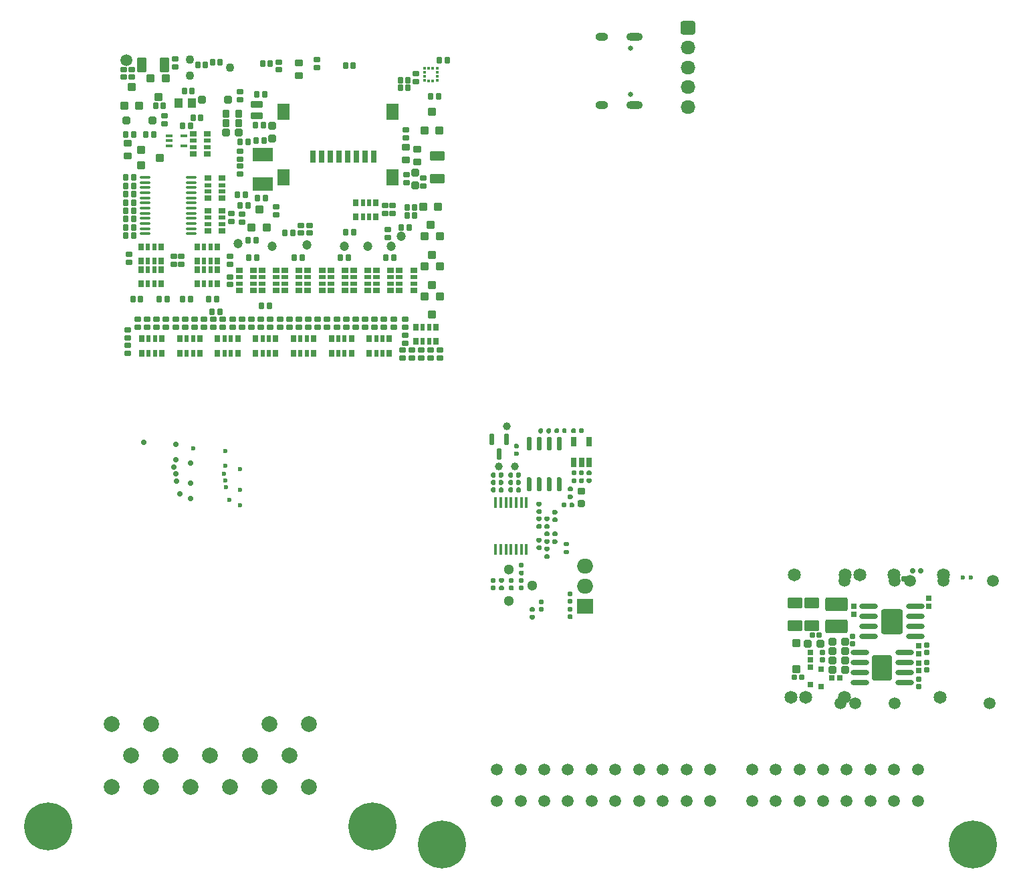
<source format=gbs>
G75*
G70*
%OFA0B0*%
%FSLAX25Y25*%
%IPPOS*%
%LPD*%
%AMOC8*
5,1,8,0,0,1.08239X$1,22.5*
%
%AMM114*
21,1,0.041340,0.026770,-0.000000,0.000000,90.000000*
21,1,0.029130,0.038980,-0.000000,0.000000,90.000000*
1,1,0.012210,0.013390,0.014570*
1,1,0.012210,0.013390,-0.014570*
1,1,0.012210,-0.013390,-0.014570*
1,1,0.012210,-0.013390,0.014570*
%
%AMM115*
21,1,0.076380,0.036220,-0.000000,0.000000,180.000000*
21,1,0.061810,0.050790,-0.000000,0.000000,180.000000*
1,1,0.014570,-0.030910,0.018110*
1,1,0.014570,0.030910,0.018110*
1,1,0.014570,0.030910,-0.018110*
1,1,0.014570,-0.030910,-0.018110*
%
%AMM118*
21,1,0.029130,0.018900,-0.000000,0.000000,180.000000*
21,1,0.018900,0.029130,-0.000000,0.000000,180.000000*
1,1,0.010240,-0.009450,0.009450*
1,1,0.010240,0.009450,0.009450*
1,1,0.010240,0.009450,-0.009450*
1,1,0.010240,-0.009450,-0.009450*
%
%AMM119*
21,1,0.025200,0.019680,-0.000000,0.000000,90.000000*
21,1,0.015750,0.029130,-0.000000,0.000000,90.000000*
1,1,0.009450,0.009840,0.007870*
1,1,0.009450,0.009840,-0.007870*
1,1,0.009450,-0.009840,-0.007870*
1,1,0.009450,-0.009840,0.007870*
%
%AMM120*
21,1,0.025200,0.019680,-0.000000,0.000000,0.000000*
21,1,0.015750,0.029130,-0.000000,0.000000,0.000000*
1,1,0.009450,0.007870,-0.009840*
1,1,0.009450,-0.007870,-0.009840*
1,1,0.009450,-0.007870,0.009840*
1,1,0.009450,0.007870,0.009840*
%
%AMM126*
21,1,0.111810,0.050390,-0.000000,0.000000,180.000000*
21,1,0.093700,0.068500,-0.000000,0.000000,180.000000*
1,1,0.018110,-0.046850,0.025200*
1,1,0.018110,0.046850,0.025200*
1,1,0.018110,0.046850,-0.025200*
1,1,0.018110,-0.046850,-0.025200*
%
%AMM127*
21,1,0.038980,0.026770,-0.000000,0.000000,0.000000*
21,1,0.026770,0.038980,-0.000000,0.000000,0.000000*
1,1,0.012210,0.013390,-0.013390*
1,1,0.012210,-0.013390,-0.013390*
1,1,0.012210,-0.013390,0.013390*
1,1,0.012210,0.013390,0.013390*
%
%AMM128*
21,1,0.029130,0.018900,-0.000000,0.000000,270.000000*
21,1,0.018900,0.029130,-0.000000,0.000000,270.000000*
1,1,0.010240,-0.009450,-0.009450*
1,1,0.010240,-0.009450,0.009450*
1,1,0.010240,0.009450,0.009450*
1,1,0.010240,0.009450,-0.009450*
%
%AMM129*
21,1,0.127560,0.075590,-0.000000,0.000000,270.000000*
21,1,0.103150,0.100000,-0.000000,0.000000,270.000000*
1,1,0.024410,-0.037800,-0.051580*
1,1,0.024410,-0.037800,0.051580*
1,1,0.024410,0.037800,0.051580*
1,1,0.024410,0.037800,-0.051580*
%
%AMM130*
21,1,0.123620,0.083460,-0.000000,0.000000,90.000000*
21,1,0.097240,0.109840,-0.000000,0.000000,90.000000*
1,1,0.026380,0.041730,0.048620*
1,1,0.026380,0.041730,-0.048620*
1,1,0.026380,-0.041730,-0.048620*
1,1,0.026380,-0.041730,0.048620*
%
%AMM17*
21,1,0.039370,0.030320,0.000000,0.000000,90.000000*
21,1,0.028350,0.041340,0.000000,0.000000,90.000000*
1,1,0.011020,0.015160,0.014170*
1,1,0.011020,0.015160,-0.014170*
1,1,0.011020,-0.015160,-0.014170*
1,1,0.011020,-0.015160,0.014170*
%
%AMM23*
21,1,0.031500,0.018900,0.000000,0.000000,180.000000*
21,1,0.022840,0.027560,0.000000,0.000000,180.000000*
1,1,0.008660,-0.011420,0.009450*
1,1,0.008660,0.011420,0.009450*
1,1,0.008660,0.011420,-0.009450*
1,1,0.008660,-0.011420,-0.009450*
%
%AMM26*
21,1,0.029530,0.026380,0.000000,0.000000,90.000000*
21,1,0.020470,0.035430,0.000000,0.000000,90.000000*
1,1,0.009060,0.013190,0.010240*
1,1,0.009060,0.013190,-0.010240*
1,1,0.009060,-0.013190,-0.010240*
1,1,0.009060,-0.013190,0.010240*
%
%AMM27*
21,1,0.021650,0.027950,0.000000,0.000000,90.000000*
21,1,0.014170,0.035430,0.000000,0.000000,90.000000*
1,1,0.007480,0.013980,0.007090*
1,1,0.007480,0.013980,-0.007090*
1,1,0.007480,-0.013980,-0.007090*
1,1,0.007480,-0.013980,0.007090*
%
%AMM29*
21,1,0.016540,0.028980,0.000000,0.000000,90.000000*
21,1,0.010080,0.035430,0.000000,0.000000,90.000000*
1,1,0.006460,0.014490,0.005040*
1,1,0.006460,0.014490,-0.005040*
1,1,0.006460,-0.014490,-0.005040*
1,1,0.006460,-0.014490,0.005040*
%
%AMM32*
21,1,0.031500,0.018900,0.000000,0.000000,90.000000*
21,1,0.022840,0.027560,0.000000,0.000000,90.000000*
1,1,0.008660,0.009450,0.011420*
1,1,0.008660,0.009450,-0.011420*
1,1,0.008660,-0.009450,-0.011420*
1,1,0.008660,-0.009450,0.011420*
%
%AMM46*
21,1,0.037400,0.026770,0.000000,0.000000,180.000000*
21,1,0.026770,0.037400,0.000000,0.000000,180.000000*
1,1,0.010630,-0.013390,0.013390*
1,1,0.010630,0.013390,0.013390*
1,1,0.010630,0.013390,-0.013390*
1,1,0.010630,-0.013390,-0.013390*
%
%AMM47*
21,1,0.039370,0.030320,0.000000,0.000000,180.000000*
21,1,0.028350,0.041340,0.000000,0.000000,180.000000*
1,1,0.011020,-0.014170,0.015160*
1,1,0.011020,0.014170,0.015160*
1,1,0.011020,0.014170,-0.015160*
1,1,0.011020,-0.014170,-0.015160*
%
%AMM48*
21,1,0.039760,0.026770,0.000000,0.000000,0.000000*
21,1,0.029130,0.037400,0.000000,0.000000,0.000000*
1,1,0.010630,0.014570,-0.013390*
1,1,0.010630,-0.014570,-0.013390*
1,1,0.010630,-0.014570,0.013390*
1,1,0.010630,0.014570,0.013390*
%
%AMM49*
21,1,0.074800,0.036220,0.000000,0.000000,0.000000*
21,1,0.061810,0.049210,0.000000,0.000000,0.000000*
1,1,0.012990,0.030910,-0.018110*
1,1,0.012990,-0.030910,-0.018110*
1,1,0.012990,-0.030910,0.018110*
1,1,0.012990,0.030910,0.018110*
%
%AMM50*
21,1,0.062990,0.020470,0.000000,0.000000,90.000000*
21,1,0.053940,0.029530,0.000000,0.000000,90.000000*
1,1,0.009060,0.010240,0.026970*
1,1,0.009060,0.010240,-0.026970*
1,1,0.009060,-0.010240,-0.026970*
1,1,0.009060,-0.010240,0.026970*
%
%AMM51*
21,1,0.082680,0.045670,0.000000,0.000000,90.000000*
21,1,0.067320,0.061020,0.000000,0.000000,90.000000*
1,1,0.015350,0.022840,0.033660*
1,1,0.015350,0.022840,-0.033660*
1,1,0.015350,-0.022840,-0.033660*
1,1,0.015350,-0.022840,0.033660*
%
%AMM52*
21,1,0.029530,0.026380,0.000000,0.000000,0.000000*
21,1,0.020470,0.035430,0.000000,0.000000,0.000000*
1,1,0.009060,0.010240,-0.013190*
1,1,0.009060,-0.010240,-0.013190*
1,1,0.009060,-0.010240,0.013190*
1,1,0.009060,0.010240,0.013190*
%
%AMM53*
21,1,0.021650,0.027950,0.000000,0.000000,0.000000*
21,1,0.014170,0.035430,0.000000,0.000000,0.000000*
1,1,0.007480,0.007090,-0.013980*
1,1,0.007480,-0.007090,-0.013980*
1,1,0.007480,-0.007090,0.013980*
1,1,0.007480,0.007090,0.013980*
%
%AMM54*
21,1,0.031500,0.030710,0.000000,0.000000,90.000000*
21,1,0.022050,0.040160,0.000000,0.000000,90.000000*
1,1,0.009450,0.015350,0.011020*
1,1,0.009450,0.015350,-0.011020*
1,1,0.009450,-0.015350,-0.011020*
1,1,0.009450,-0.015350,0.011020*
%
%AMM55*
21,1,0.031500,0.049610,0.000000,0.000000,270.000000*
21,1,0.022050,0.059060,0.000000,0.000000,270.000000*
1,1,0.009450,-0.024800,-0.011020*
1,1,0.009450,-0.024800,0.011020*
1,1,0.009450,0.024800,0.011020*
1,1,0.009450,0.024800,-0.011020*
%
%AMM56*
21,1,0.031500,0.030710,0.000000,0.000000,0.000000*
21,1,0.022050,0.040160,0.000000,0.000000,0.000000*
1,1,0.009450,0.011020,-0.015350*
1,1,0.009450,-0.011020,-0.015350*
1,1,0.009450,-0.011020,0.015350*
1,1,0.009450,0.011020,0.015350*
%
%AMM57*
21,1,0.074800,0.036220,0.000000,0.000000,90.000000*
21,1,0.061810,0.049210,0.000000,0.000000,90.000000*
1,1,0.012990,0.018110,0.030910*
1,1,0.012990,0.018110,-0.030910*
1,1,0.012990,-0.018110,-0.030910*
1,1,0.012990,-0.018110,0.030910*
%
%AMM58*
21,1,0.037400,0.026770,0.000000,0.000000,270.000000*
21,1,0.026770,0.037400,0.000000,0.000000,270.000000*
1,1,0.010630,-0.013390,-0.013390*
1,1,0.010630,-0.013390,0.013390*
1,1,0.010630,0.013390,0.013390*
1,1,0.010630,0.013390,-0.013390*
%
%ADD100C,0.03900*%
%ADD105M17*%
%ADD11O,0.07283X0.06693*%
%ADD112M23*%
%ADD116M26*%
%ADD117M27*%
%ADD121M29*%
%ADD127M32*%
%ADD128C,0.04294*%
%ADD129C,0.04724*%
%ADD13C,0.02362*%
%ADD152M46*%
%ADD153M47*%
%ADD154M48*%
%ADD155R,0.04331X0.04724*%
%ADD156M49*%
%ADD157M50*%
%ADD158M51*%
%ADD159R,0.09843X0.07087*%
%ADD160M52*%
%ADD161M53*%
%ADD162M54*%
%ADD163M55*%
%ADD164M56*%
%ADD165M57*%
%ADD166M58*%
%ADD167O,0.05354X0.01378*%
%ADD168R,0.01378X0.01772*%
%ADD169R,0.01772X0.01378*%
%ADD203C,0.02913*%
%ADD204C,0.06457*%
%ADD218C,0.05118*%
%ADD261M114*%
%ADD262M115*%
%ADD265M118*%
%ADD266M119*%
%ADD267M120*%
%ADD274M126*%
%ADD275M127*%
%ADD276M128*%
%ADD277O,0.09213X0.02520*%
%ADD278M129*%
%ADD279M130*%
%ADD282R,0.07874X0.07500*%
%ADD283O,0.07874X0.07500*%
%ADD285R,0.01772X0.05709*%
%ADD286R,0.02559X0.04803*%
%ADD36O,0.08268X0.03937*%
%ADD37O,0.06299X0.03937*%
%ADD42C,0.05906*%
%ADD52C,0.07874*%
%ADD53C,0.23917*%
%ADD59C,0.02559*%
X0000000Y0000000D02*
%LPD*%
G01*
G36*
G01*
X0482146Y0439114D02*
X0487461Y0439114D01*
G75*
G02*
X0488445Y0438130I0000000J-000984D01*
G01*
X0488445Y0433405D01*
G75*
G02*
X0487461Y0432421I-000984J0000000D01*
G01*
X0482146Y0432421D01*
G75*
G02*
X0481162Y0433405I0000000J0000984D01*
G01*
X0481162Y0438130D01*
G75*
G02*
X0482146Y0439114I0000984J0000000D01*
G01*
G37*
D11*
X0484803Y0425925D03*
X0484803Y0416082D03*
X0484803Y0406240D03*
X0484803Y0396397D03*
D59*
X0456280Y0425492D03*
X0456280Y0402736D03*
D36*
X0458248Y0431122D03*
D37*
X0441792Y0431122D03*
D36*
X0458248Y0397106D03*
D37*
X0441792Y0397106D03*
D13*
X0254271Y0217512D03*
X0261496Y0215839D03*
X0253425Y0213673D03*
X0254271Y0210229D03*
X0254567Y0206882D03*
X0261496Y0205603D03*
X0256338Y0200485D03*
X0261496Y0197925D03*
X0238169Y0226173D03*
X0254212Y0224992D03*
D42*
X0562756Y0160177D03*
X0587953Y0160177D03*
X0595433Y0160177D03*
X0612362Y0160177D03*
D13*
X0621811Y0161948D03*
X0625748Y0161948D03*
D42*
X0636969Y0160177D03*
X0560984Y0099153D03*
X0568268Y0099153D03*
X0587756Y0099153D03*
X0635197Y0099153D03*
X0389626Y0066179D03*
X0401437Y0066179D03*
X0413248Y0066179D03*
X0425061Y0066179D03*
X0436870Y0066179D03*
X0448681Y0066179D03*
X0460492Y0066179D03*
X0472305Y0066179D03*
X0484116Y0066179D03*
X0495927Y0066179D03*
X0389626Y0050431D03*
X0401437Y0050431D03*
X0413248Y0050431D03*
X0425061Y0050431D03*
X0436870Y0050431D03*
X0448681Y0050431D03*
X0460492Y0050431D03*
X0472305Y0050431D03*
X0484116Y0050431D03*
X0495927Y0050431D03*
X0516792Y0066179D03*
X0528605Y0066179D03*
X0540414Y0066179D03*
X0552225Y0066179D03*
X0564038Y0066179D03*
X0575849Y0066179D03*
X0587660Y0066179D03*
X0599471Y0066179D03*
X0516792Y0050431D03*
X0528605Y0050431D03*
X0540414Y0050431D03*
X0575849Y0050431D03*
X0587660Y0050431D03*
X0599471Y0050431D03*
D52*
X0197500Y0057519D03*
X0217185Y0057519D03*
X0236870Y0057519D03*
X0256555Y0057519D03*
X0276240Y0057519D03*
X0295925Y0057519D03*
X0207343Y0073267D03*
X0227028Y0073267D03*
X0246713Y0073267D03*
X0197500Y0089015D03*
X0217185Y0089015D03*
X0276240Y0089015D03*
X0295925Y0089015D03*
X0266398Y0073267D03*
X0286083Y0073267D03*
D42*
X0552227Y0050431D03*
X0564038Y0050431D03*
D53*
X0166004Y0037834D03*
X0327421Y0037834D03*
X0362264Y0028779D03*
X0626831Y0028779D03*
X0200689Y0266043D02*
G01*
G75*
D105*
X0212304Y0367285D02*
D03*
X0221556Y0371025D02*
D03*
D105*
X0212304Y0374766D02*
D03*
D112*
X0232382Y0318011D02*
D03*
X0232382Y0321948D02*
D03*
X0353051Y0360925D02*
D03*
X0353051Y0356988D02*
D03*
X0229331Y0420177D02*
D03*
X0229331Y0416240D02*
D03*
X0262514Y0342815D02*
D03*
X0262514Y0338878D02*
D03*
X0279419Y0342743D02*
D03*
X0279419Y0346680D02*
D03*
X0257382Y0339271D02*
D03*
X0257382Y0343208D02*
D03*
X0206188Y0322859D02*
D03*
X0206188Y0318922D02*
D03*
X0223917Y0392027D02*
D03*
X0223917Y0388090D02*
D03*
X0203445Y0411122D02*
D03*
X0203445Y0415059D02*
D03*
X0335335Y0335334D02*
D03*
X0335335Y0331397D02*
D03*
X0261713Y0399901D02*
D03*
X0261713Y0403838D02*
D03*
X0291930Y0333464D02*
D03*
X0291930Y0337401D02*
D03*
X0280905Y0414764D02*
D03*
X0280905Y0418700D02*
D03*
X0333760Y0347145D02*
D03*
X0333760Y0343208D02*
D03*
X0337697Y0347145D02*
D03*
X0337697Y0343208D02*
D03*
X0207579Y0411122D02*
D03*
X0207579Y0415059D02*
D03*
X0344587Y0362500D02*
D03*
X0344587Y0358563D02*
D03*
X0344390Y0384941D02*
D03*
X0344390Y0381004D02*
D03*
X0296260Y0333464D02*
D03*
X0296260Y0337401D02*
D03*
X0299902Y0419980D02*
D03*
X0299902Y0416043D02*
D03*
X0261713Y0370374D02*
D03*
X0261713Y0374311D02*
D03*
X0261713Y0366830D02*
D03*
X0261713Y0362893D02*
D03*
X0248327Y0290452D02*
D03*
X0248327Y0286515D02*
D03*
X0253051Y0290452D02*
D03*
X0253051Y0286515D02*
D03*
X0257776Y0290452D02*
D03*
X0257776Y0286515D02*
D03*
X0262500Y0290452D02*
D03*
X0262500Y0286515D02*
D03*
X0347146Y0271161D02*
D03*
X0347146Y0275098D02*
D03*
X0351870Y0275098D02*
D03*
X0351870Y0271161D02*
D03*
X0356594Y0271161D02*
D03*
X0356594Y0275098D02*
D03*
X0361319Y0271161D02*
D03*
X0361319Y0275098D02*
D03*
X0228445Y0318011D02*
D03*
X0228445Y0321948D02*
D03*
X0256398Y0318011D02*
D03*
X0256398Y0321948D02*
D03*
X0224705Y0290452D02*
D03*
X0224705Y0286515D02*
D03*
X0219981Y0290452D02*
D03*
X0219981Y0286515D02*
D03*
X0215256Y0290452D02*
D03*
X0215256Y0286515D02*
D03*
X0210532Y0290452D02*
D03*
X0210532Y0286515D02*
D03*
X0243603Y0290452D02*
D03*
X0243603Y0286515D02*
D03*
X0238878Y0290452D02*
D03*
X0238878Y0286515D02*
D03*
X0234154Y0290452D02*
D03*
X0234154Y0286515D02*
D03*
X0229429Y0290452D02*
D03*
X0229429Y0286515D02*
D03*
X0281398Y0290452D02*
D03*
X0281398Y0286515D02*
D03*
X0276674Y0290452D02*
D03*
X0276674Y0286515D02*
D03*
X0271949Y0290452D02*
D03*
X0271949Y0286515D02*
D03*
X0267225Y0290452D02*
D03*
X0267225Y0286515D02*
D03*
X0300296Y0286515D02*
D03*
X0300296Y0290452D02*
D03*
X0295571Y0290452D02*
D03*
X0295571Y0286515D02*
D03*
X0290847Y0290452D02*
D03*
X0290847Y0286515D02*
D03*
X0286122Y0290452D02*
D03*
X0286122Y0286515D02*
D03*
X0319193Y0290452D02*
D03*
X0319193Y0286515D02*
D03*
X0314469Y0290452D02*
D03*
X0314469Y0286515D02*
D03*
X0309744Y0290452D02*
D03*
X0309744Y0286515D02*
D03*
X0305020Y0290452D02*
D03*
X0305020Y0286515D02*
D03*
X0333366Y0290452D02*
D03*
X0333366Y0286515D02*
D03*
X0328642Y0290452D02*
D03*
X0328642Y0286515D02*
D03*
X0323917Y0290452D02*
D03*
X0323917Y0286515D02*
D03*
X0205413Y0281200D02*
D03*
X0205413Y0285137D02*
D03*
X0342422Y0275098D02*
D03*
X0342422Y0271161D02*
D03*
X0256398Y0307775D02*
D03*
X0256398Y0311712D02*
D03*
X0343996Y0286515D02*
D03*
X0343996Y0290452D02*
D03*
X0205413Y0273523D02*
D03*
X0205413Y0277460D02*
D03*
X0343996Y0282578D02*
D03*
X0343996Y0278641D02*
D03*
X0349114Y0412893D02*
D03*
X0349114Y0408956D02*
D03*
X0338091Y0290452D02*
D03*
X0338091Y0286515D02*
D03*
D116*
X0238091Y0382874D02*
D03*
X0245177Y0382874D02*
D03*
X0245177Y0372834D02*
D03*
X0238091Y0372834D02*
D03*
X0252658Y0334645D02*
D03*
X0245571Y0334645D02*
D03*
X0245571Y0344685D02*
D03*
X0252658Y0344685D02*
D03*
X0252658Y0350787D02*
D03*
X0245571Y0350787D02*
D03*
X0245571Y0360827D02*
D03*
X0252658Y0360827D02*
D03*
X0348130Y0314960D02*
D03*
X0341043Y0314960D02*
D03*
X0341043Y0304921D02*
D03*
X0348130Y0304921D02*
D03*
X0329626Y0304921D02*
D03*
X0336713Y0304921D02*
D03*
X0336713Y0314960D02*
D03*
X0329626Y0314960D02*
D03*
X0279626Y0314960D02*
D03*
X0272540Y0314960D02*
D03*
X0272540Y0304921D02*
D03*
X0279626Y0304921D02*
D03*
X0261122Y0304921D02*
D03*
X0268209Y0304921D02*
D03*
X0268209Y0314960D02*
D03*
X0261122Y0314960D02*
D03*
X0302461Y0314960D02*
D03*
X0295374Y0314960D02*
D03*
X0295374Y0304921D02*
D03*
X0302461Y0304921D02*
D03*
X0283957Y0304921D02*
D03*
X0291044Y0304921D02*
D03*
X0291044Y0314960D02*
D03*
X0283957Y0314960D02*
D03*
X0325296Y0314960D02*
D03*
X0318209Y0314960D02*
D03*
X0318209Y0304921D02*
D03*
X0325296Y0304921D02*
D03*
X0306792Y0304921D02*
D03*
X0313878Y0304921D02*
D03*
X0313878Y0314960D02*
D03*
X0306792Y0314960D02*
D03*
D117*
X0245177Y0376279D02*
D03*
X0245177Y0379429D02*
D03*
X0238091Y0379429D02*
D03*
X0238091Y0376279D02*
D03*
X0245571Y0341240D02*
D03*
X0245571Y0338090D02*
D03*
X0252658Y0338090D02*
D03*
X0252658Y0341240D02*
D03*
X0245571Y0357382D02*
D03*
X0245571Y0354232D02*
D03*
X0252658Y0354232D02*
D03*
X0252658Y0357382D02*
D03*
X0348130Y0311515D02*
D03*
X0348130Y0308366D02*
D03*
X0341043Y0308366D02*
D03*
X0341043Y0311515D02*
D03*
X0329626Y0308366D02*
D03*
X0329626Y0311515D02*
D03*
X0336713Y0311515D02*
D03*
X0336713Y0308366D02*
D03*
X0279626Y0311515D02*
D03*
X0279626Y0308366D02*
D03*
X0272540Y0308366D02*
D03*
X0272540Y0311515D02*
D03*
X0261122Y0308366D02*
D03*
X0261122Y0311515D02*
D03*
X0268209Y0311515D02*
D03*
X0268209Y0308366D02*
D03*
X0302461Y0311515D02*
D03*
X0302461Y0308366D02*
D03*
X0295374Y0308366D02*
D03*
X0295374Y0311515D02*
D03*
X0283957Y0308366D02*
D03*
X0283957Y0311515D02*
D03*
X0291044Y0311515D02*
D03*
X0291044Y0308366D02*
D03*
X0325296Y0311515D02*
D03*
X0325296Y0308366D02*
D03*
X0318209Y0308366D02*
D03*
X0318209Y0311515D02*
D03*
X0306792Y0308366D02*
D03*
X0306792Y0311515D02*
D03*
X0313878Y0311515D02*
D03*
X0313878Y0308366D02*
D03*
D121*
X0226083Y0376870D02*
D03*
X0226083Y0379429D02*
D03*
X0226083Y0381988D02*
D03*
X0233563Y0381988D02*
D03*
X0233563Y0376870D02*
D03*
D127*
X0244390Y0417421D02*
D03*
X0240453Y0417421D02*
D03*
X0360532Y0401673D02*
D03*
X0356594Y0401673D02*
D03*
X0219432Y0396852D02*
D03*
X0223369Y0396852D02*
D03*
X0242028Y0390846D02*
D03*
X0238091Y0390846D02*
D03*
X0232972Y0386909D02*
D03*
X0236909Y0386909D02*
D03*
X0342028Y0336122D02*
D03*
X0345965Y0336122D02*
D03*
X0272736Y0418012D02*
D03*
X0276673Y0418012D02*
D03*
X0341437Y0405807D02*
D03*
X0345374Y0405807D02*
D03*
X0314075Y0416830D02*
D03*
X0318012Y0416830D02*
D03*
X0269599Y0330021D02*
D03*
X0265662Y0330021D02*
D03*
X0260335Y0352657D02*
D03*
X0264272Y0352657D02*
D03*
X0270374Y0351082D02*
D03*
X0274311Y0351082D02*
D03*
X0269587Y0379429D02*
D03*
X0273524Y0379429D02*
D03*
X0364862Y0419586D02*
D03*
X0360925Y0419586D02*
D03*
X0251673Y0418602D02*
D03*
X0247736Y0418602D02*
D03*
X0233760Y0404232D02*
D03*
X0237697Y0404232D02*
D03*
X0344784Y0342421D02*
D03*
X0348721Y0342421D02*
D03*
X0344784Y0346358D02*
D03*
X0348721Y0346358D02*
D03*
X0345374Y0409744D02*
D03*
X0341437Y0409744D02*
D03*
X0318307Y0333858D02*
D03*
X0314370Y0333858D02*
D03*
X0261713Y0379035D02*
D03*
X0265650Y0379035D02*
D03*
X0261713Y0347342D02*
D03*
X0265650Y0347342D02*
D03*
X0269980Y0402657D02*
D03*
X0273917Y0402657D02*
D03*
X0269193Y0387303D02*
D03*
X0273130Y0387303D02*
D03*
X0284055Y0333464D02*
D03*
X0287992Y0333464D02*
D03*
X0338288Y0321161D02*
D03*
X0334351Y0321161D02*
D03*
X0269784Y0321161D02*
D03*
X0265847Y0321161D02*
D03*
X0292618Y0321161D02*
D03*
X0288681Y0321161D02*
D03*
X0315453Y0321161D02*
D03*
X0311516Y0321161D02*
D03*
X0276280Y0297145D02*
D03*
X0272343Y0297145D02*
D03*
X0221228Y0300689D02*
D03*
X0225165Y0300689D02*
D03*
X0212039Y0300689D02*
D03*
X0208102Y0300689D02*
D03*
X0246032Y0300689D02*
D03*
X0249969Y0300689D02*
D03*
X0236843Y0300689D02*
D03*
X0232906Y0300689D02*
D03*
X0208563Y0382578D02*
D03*
X0204626Y0382578D02*
D03*
X0214469Y0382578D02*
D03*
X0218406Y0382578D02*
D03*
X0251477Y0294389D02*
D03*
X0247540Y0294389D02*
D03*
X0204626Y0332185D02*
D03*
X0208563Y0332185D02*
D03*
X0204626Y0344586D02*
D03*
X0208563Y0344586D02*
D03*
X0204626Y0348720D02*
D03*
X0208563Y0348720D02*
D03*
X0204626Y0356988D02*
D03*
X0208563Y0356988D02*
D03*
X0204626Y0352854D02*
D03*
X0208563Y0352854D02*
D03*
X0204626Y0361122D02*
D03*
X0208563Y0361122D02*
D03*
X0204626Y0340453D02*
D03*
X0208563Y0340453D02*
D03*
X0204626Y0336319D02*
D03*
X0208563Y0336319D02*
D03*
D128*
X0256437Y0415984D02*
D03*
X0236437Y0411984D02*
D03*
X0236437Y0419984D02*
D03*
D129*
X0294784Y0327460D02*
D03*
X0342028Y0331791D02*
D03*
X0336910Y0327067D02*
D03*
X0325098Y0327067D02*
D03*
X0313681Y0327067D02*
D03*
X0277461Y0327067D02*
D03*
X0260531Y0328248D02*
D03*
D42*
X0205020Y0419586D02*
D03*
D152*
X0254666Y0383563D02*
D03*
X0260886Y0383563D02*
D03*
D153*
X0357269Y0393914D02*
D03*
X0361009Y0384662D02*
D03*
X0274840Y0336163D02*
D03*
X0271100Y0345415D02*
D03*
X0211319Y0397027D02*
D03*
X0207579Y0406279D02*
D03*
X0217028Y0410452D02*
D03*
X0220768Y0401201D02*
D03*
X0353642Y0302067D02*
D03*
X0357382Y0292815D02*
D03*
X0357382Y0307710D02*
D03*
X0353642Y0316962D02*
D03*
X0353642Y0331857D02*
D03*
X0357382Y0322605D02*
D03*
X0352855Y0346752D02*
D03*
X0356595Y0337500D02*
D03*
D153*
X0353529Y0384662D02*
D03*
X0267360Y0336163D02*
D03*
X0203839Y0397027D02*
D03*
X0224508Y0410453D02*
D03*
X0361122Y0302067D02*
D03*
X0361122Y0316962D02*
D03*
X0361122Y0331857D02*
D03*
X0360335Y0346752D02*
D03*
D154*
X0205020Y0389665D02*
D03*
X0218012Y0389665D02*
D03*
X0242421Y0399901D02*
D03*
X0255414Y0399901D02*
D03*
D155*
X0237500Y0398326D02*
D03*
X0230807Y0398326D02*
D03*
D156*
X0359744Y0360531D02*
D03*
X0359744Y0371948D02*
D03*
D157*
X0297815Y0371567D02*
D03*
X0302146Y0371567D02*
D03*
X0306477Y0371567D02*
D03*
X0310807Y0371567D02*
D03*
X0315138Y0371567D02*
D03*
X0319469Y0371567D02*
D03*
X0323800Y0371567D02*
D03*
X0328130Y0371567D02*
D03*
D158*
X0337500Y0361331D02*
D03*
X0337500Y0394008D02*
D03*
X0283367Y0394008D02*
D03*
X0283367Y0361331D02*
D03*
D159*
X0272737Y0372539D02*
D03*
X0272737Y0357972D02*
D03*
D160*
X0319292Y0348720D02*
D03*
X0319292Y0341634D02*
D03*
X0329331Y0341634D02*
D03*
X0329331Y0348720D02*
D03*
X0250394Y0273720D02*
D03*
X0250394Y0280807D02*
D03*
X0260433Y0280807D02*
D03*
X0260433Y0273720D02*
D03*
X0222244Y0308169D02*
D03*
X0222244Y0315256D02*
D03*
X0212205Y0315256D02*
D03*
X0212205Y0308169D02*
D03*
X0212205Y0326673D02*
D03*
X0212205Y0319586D02*
D03*
X0222244Y0319586D02*
D03*
X0222244Y0326673D02*
D03*
X0250197Y0308169D02*
D03*
X0250197Y0315256D02*
D03*
X0240158Y0315256D02*
D03*
X0240158Y0308169D02*
D03*
X0240158Y0326673D02*
D03*
X0240158Y0319586D02*
D03*
X0250197Y0319586D02*
D03*
X0250197Y0326673D02*
D03*
X0212599Y0273720D02*
D03*
X0212599Y0280807D02*
D03*
X0222638Y0280807D02*
D03*
X0222638Y0273720D02*
D03*
X0231496Y0273720D02*
D03*
X0231496Y0280807D02*
D03*
X0241535Y0280807D02*
D03*
X0241535Y0273720D02*
D03*
X0269291Y0273720D02*
D03*
X0269291Y0280807D02*
D03*
X0279331Y0280807D02*
D03*
X0279331Y0273720D02*
D03*
X0288189Y0273720D02*
D03*
X0288189Y0280807D02*
D03*
X0298229Y0280807D02*
D03*
X0298229Y0273720D02*
D03*
X0307087Y0273720D02*
D03*
X0307087Y0280807D02*
D03*
X0317126Y0280807D02*
D03*
X0317126Y0273720D02*
D03*
X0325984Y0273720D02*
D03*
X0325984Y0280807D02*
D03*
X0336024Y0280807D02*
D03*
X0336024Y0273720D02*
D03*
X0359252Y0279429D02*
D03*
X0359252Y0286515D02*
D03*
X0349213Y0286515D02*
D03*
X0349213Y0279429D02*
D03*
D161*
X0322736Y0348720D02*
D03*
X0325886Y0348720D02*
D03*
X0325886Y0341634D02*
D03*
X0322736Y0341634D02*
D03*
X0256988Y0280807D02*
D03*
X0253839Y0280807D02*
D03*
X0253839Y0273720D02*
D03*
X0256988Y0273720D02*
D03*
X0218799Y0308169D02*
D03*
X0215650Y0308169D02*
D03*
X0215650Y0315256D02*
D03*
X0218799Y0315256D02*
D03*
X0215650Y0326673D02*
D03*
X0218799Y0326673D02*
D03*
X0218799Y0319586D02*
D03*
X0215650Y0319586D02*
D03*
X0246752Y0308169D02*
D03*
X0243602Y0308169D02*
D03*
X0243602Y0315256D02*
D03*
X0246752Y0315256D02*
D03*
X0243603Y0326673D02*
D03*
X0246752Y0326673D02*
D03*
X0246752Y0319586D02*
D03*
X0243603Y0319586D02*
D03*
X0219193Y0280807D02*
D03*
X0216044Y0280807D02*
D03*
X0216044Y0273720D02*
D03*
X0219193Y0273720D02*
D03*
X0238091Y0280807D02*
D03*
X0234941Y0280807D02*
D03*
X0234941Y0273720D02*
D03*
X0238091Y0273720D02*
D03*
X0275886Y0280807D02*
D03*
X0272736Y0280807D02*
D03*
X0272736Y0273720D02*
D03*
X0275886Y0273720D02*
D03*
X0294784Y0280807D02*
D03*
X0291634Y0280807D02*
D03*
X0291634Y0273720D02*
D03*
X0294784Y0273720D02*
D03*
X0313681Y0280807D02*
D03*
X0310532Y0280807D02*
D03*
X0310532Y0273720D02*
D03*
X0313681Y0273720D02*
D03*
X0332579Y0280807D02*
D03*
X0329429Y0280807D02*
D03*
X0329429Y0273720D02*
D03*
X0332579Y0273720D02*
D03*
X0355807Y0279429D02*
D03*
X0352658Y0279429D02*
D03*
X0352658Y0286515D02*
D03*
X0355807Y0286515D02*
D03*
D162*
X0344390Y0376279D02*
D03*
X0344390Y0369980D02*
D03*
X0290748Y0412008D02*
D03*
X0290748Y0418307D02*
D03*
X0205414Y0378248D02*
D03*
X0205414Y0371948D02*
D03*
X0349902Y0368799D02*
D03*
X0349902Y0375098D02*
D03*
D163*
X0269980Y0397736D02*
D03*
X0269980Y0391830D02*
D03*
D164*
X0260926Y0392815D02*
D03*
X0254626Y0392815D02*
D03*
X0260926Y0388189D02*
D03*
X0254626Y0388189D02*
D03*
D165*
X0212500Y0417421D02*
D03*
X0223917Y0417421D02*
D03*
D166*
X0348917Y0357224D02*
D03*
X0348917Y0363445D02*
D03*
X0277461Y0386870D02*
D03*
X0277461Y0380649D02*
D03*
D167*
X0214311Y0333169D02*
D03*
X0214311Y0335728D02*
D03*
X0214311Y0338287D02*
D03*
X0214311Y0340846D02*
D03*
X0214311Y0343405D02*
D03*
X0214311Y0345964D02*
D03*
X0214311Y0348523D02*
D03*
X0214311Y0351082D02*
D03*
X0214311Y0353641D02*
D03*
X0214311Y0356201D02*
D03*
X0214311Y0358759D02*
D03*
X0214311Y0361319D02*
D03*
X0237304Y0333169D02*
D03*
X0237304Y0335728D02*
D03*
X0237304Y0338287D02*
D03*
X0237304Y0340846D02*
D03*
X0237304Y0343405D02*
D03*
X0237304Y0345964D02*
D03*
X0237304Y0348523D02*
D03*
X0237304Y0351082D02*
D03*
X0237304Y0353641D02*
D03*
X0237304Y0356201D02*
D03*
X0237304Y0358759D02*
D03*
X0237304Y0361319D02*
D03*
D168*
X0357579Y0409350D02*
D03*
X0355611Y0409350D02*
D03*
X0355611Y0415649D02*
D03*
X0357579Y0415649D02*
D03*
D169*
X0353445Y0409547D02*
D03*
X0353445Y0411516D02*
D03*
X0353445Y0413484D02*
D03*
X0353445Y0415452D02*
D03*
X0359745Y0409547D02*
D03*
X0359745Y0415452D02*
D03*
X0359745Y0411516D02*
D03*
X0359745Y0413484D02*
D03*
X0615157Y0099409D02*
G01*
G75*
D261*
X0538779Y0129324D02*
D03*
X0538779Y0116332D02*
D03*
D262*
X0538385Y0149184D02*
D03*
X0538385Y0137767D02*
D03*
X0546417Y0149184D02*
D03*
X0546417Y0137767D02*
D03*
D265*
X0560433Y0111811D02*
D03*
X0556496Y0111811D02*
D03*
X0545866Y0108464D02*
D03*
X0545866Y0117126D02*
D03*
X0551114Y0107677D02*
D03*
X0551114Y0116338D02*
D03*
D266*
X0603740Y0119564D02*
D03*
X0603740Y0116020D02*
D03*
X0567007Y0128955D02*
D03*
X0567007Y0132499D02*
D03*
X0551902Y0120958D02*
D03*
X0551902Y0124501D02*
D03*
X0603740Y0128182D02*
D03*
X0603740Y0124639D02*
D03*
X0599803Y0107677D02*
D03*
X0599803Y0111220D02*
D03*
D267*
X0550327Y0133162D02*
D03*
X0546783Y0133162D02*
D03*
X0537925Y0112395D02*
D03*
X0541469Y0112395D02*
D03*
X0596242Y0161159D02*
D03*
X0592698Y0161159D02*
D03*
D203*
X0597047Y0165157D02*
D03*
X0600984Y0165157D02*
D03*
D204*
X0543504Y0102362D02*
D03*
X0610433Y0102362D02*
D03*
X0562992Y0102362D02*
D03*
X0563189Y0163385D02*
D03*
X0537992Y0163385D02*
D03*
X0587598Y0163385D02*
D03*
X0570669Y0163385D02*
D03*
X0612204Y0163385D02*
D03*
X0536220Y0102362D02*
D03*
D274*
X0558858Y0148622D02*
D03*
X0558858Y0137598D02*
D03*
D275*
X0563181Y0115944D02*
D03*
X0556961Y0115944D02*
D03*
X0563181Y0130038D02*
D03*
X0556961Y0130038D02*
D03*
X0563181Y0125347D02*
D03*
X0556961Y0125347D02*
D03*
X0563181Y0120655D02*
D03*
X0556961Y0120655D02*
D03*
X0550937Y0128857D02*
D03*
X0544716Y0128857D02*
D03*
D276*
X0599803Y0119367D02*
D03*
X0599803Y0115430D02*
D03*
X0599803Y0124048D02*
D03*
X0599803Y0127985D02*
D03*
X0545866Y0120761D02*
D03*
X0545866Y0124698D02*
D03*
X0567480Y0143694D02*
D03*
X0567480Y0147631D02*
D03*
X0604921Y0151470D02*
D03*
X0604921Y0147532D02*
D03*
D277*
X0593043Y0124481D02*
D03*
X0593043Y0119481D02*
D03*
X0593043Y0114481D02*
D03*
X0593043Y0109481D02*
D03*
X0570406Y0124481D02*
D03*
X0570406Y0119481D02*
D03*
X0570406Y0114481D02*
D03*
X0570406Y0109481D02*
D03*
X0598326Y0147548D02*
D03*
X0598326Y0142548D02*
D03*
X0598326Y0137548D02*
D03*
X0598326Y0132548D02*
D03*
X0574901Y0147548D02*
D03*
X0574901Y0142548D02*
D03*
X0574901Y0137548D02*
D03*
X0574901Y0132548D02*
D03*
D278*
X0581725Y0116981D02*
D03*
D279*
X0586614Y0140048D02*
D03*
X0383858Y0241339D02*
%LPD*%
G01*
D218*
X0395472Y0150158D03*
X0407283Y0158032D03*
X0395472Y0165906D03*
D100*
X0394685Y0237166D03*
X0390685Y0217166D03*
X0398685Y0217166D03*
D282*
X0433563Y0147678D03*
D283*
X0433563Y0157678D03*
X0433563Y0167678D03*
G36*
G01*
X0391217Y0161634D02*
X0392575Y0161634D01*
G75*
G02*
X0393156Y0161054I0000000J-000581D01*
G01*
X0393156Y0159892D01*
G75*
G02*
X0392575Y0159311I-000581J0000000D01*
G01*
X0391217Y0159311D01*
G75*
G02*
X0390636Y0159892I0000000J0000581D01*
G01*
X0390636Y0161054D01*
G75*
G02*
X0391217Y0161634I0000581J0000000D01*
G01*
G37*
G36*
G01*
X0391217Y0157815D02*
X0392575Y0157815D01*
G75*
G02*
X0393156Y0157235I0000000J-000581D01*
G01*
X0393156Y0156073D01*
G75*
G02*
X0392575Y0155493I-000581J0000000D01*
G01*
X0391217Y0155493D01*
G75*
G02*
X0390636Y0156073I0000000J0000581D01*
G01*
X0390636Y0157235D01*
G75*
G02*
X0391217Y0157815I0000581J0000000D01*
G01*
G37*
G36*
G01*
X0406506Y0147166D02*
X0407864Y0147166D01*
G75*
G02*
X0408445Y0146585I0000000J-000581D01*
G01*
X0408445Y0145424D01*
G75*
G02*
X0407864Y0144843I-000581J0000000D01*
G01*
X0406506Y0144843D01*
G75*
G02*
X0405925Y0145424I0000000J0000581D01*
G01*
X0405925Y0146585D01*
G75*
G02*
X0406506Y0147166I0000581J0000000D01*
G01*
G37*
G36*
G01*
X0406506Y0143347D02*
X0407864Y0143347D01*
G75*
G02*
X0408445Y0142766I0000000J-000581D01*
G01*
X0408445Y0141605D01*
G75*
G02*
X0407864Y0141024I-000581J0000000D01*
G01*
X0406506Y0141024D01*
G75*
G02*
X0405925Y0141605I0000000J0000581D01*
G01*
X0405925Y0142766D01*
G75*
G02*
X0406506Y0143347I0000581J0000000D01*
G01*
G37*
G36*
G01*
X0432702Y0197048D02*
X0430684Y0197048D01*
G75*
G02*
X0429823Y0197909I0000000J0000861D01*
G01*
X0429823Y0199631D01*
G75*
G02*
X0430684Y0200493I0000861J0000000D01*
G01*
X0432702Y0200493D01*
G75*
G02*
X0433563Y0199631I0000000J-000861D01*
G01*
X0433563Y0197909D01*
G75*
G02*
X0432702Y0197048I-000861J0000000D01*
G01*
G37*
G36*
G01*
X0432702Y0203248D02*
X0430684Y0203248D01*
G75*
G02*
X0429823Y0204110I0000000J0000861D01*
G01*
X0429823Y0205832D01*
G75*
G02*
X0430684Y0206693I0000861J0000000D01*
G01*
X0432702Y0206693D01*
G75*
G02*
X0433563Y0205832I0000000J-000861D01*
G01*
X0433563Y0204110D01*
G75*
G02*
X0432702Y0203248I-000861J0000000D01*
G01*
G37*
G36*
G01*
X0388376Y0155493D02*
X0387017Y0155493D01*
G75*
G02*
X0386437Y0156073I0000000J0000581D01*
G01*
X0386437Y0157235D01*
G75*
G02*
X0387017Y0157815I0000581J0000000D01*
G01*
X0388376Y0157815D01*
G75*
G02*
X0388956Y0157235I0000000J-000581D01*
G01*
X0388956Y0156073D01*
G75*
G02*
X0388376Y0155493I-000581J0000000D01*
G01*
G37*
G36*
G01*
X0388376Y0159311D02*
X0387017Y0159311D01*
G75*
G02*
X0386437Y0159892I0000000J0000581D01*
G01*
X0386437Y0161054D01*
G75*
G02*
X0387017Y0161634I0000581J0000000D01*
G01*
X0388376Y0161634D01*
G75*
G02*
X0388956Y0161054I0000000J-000581D01*
G01*
X0388956Y0159892D01*
G75*
G02*
X0388376Y0159311I-000581J0000000D01*
G01*
G37*
G36*
G01*
X0427372Y0215194D02*
X0428730Y0215194D01*
G75*
G02*
X0429311Y0214614I0000000J-000581D01*
G01*
X0429311Y0213452D01*
G75*
G02*
X0428730Y0212872I-000581J0000000D01*
G01*
X0427372Y0212872D01*
G75*
G02*
X0426791Y0213452I0000000J0000581D01*
G01*
X0426791Y0214614D01*
G75*
G02*
X0427372Y0215194I0000581J0000000D01*
G01*
G37*
G36*
G01*
X0427372Y0211376D02*
X0428730Y0211376D01*
G75*
G02*
X0429311Y0210795I0000000J-000581D01*
G01*
X0429311Y0209633D01*
G75*
G02*
X0428730Y0209053I-000581J0000000D01*
G01*
X0427372Y0209053D01*
G75*
G02*
X0426791Y0209633I0000000J0000581D01*
G01*
X0426791Y0210795D01*
G75*
G02*
X0427372Y0211376I0000581J0000000D01*
G01*
G37*
G36*
G01*
X0425502Y0207107D02*
X0426860Y0207107D01*
G75*
G02*
X0427441Y0206526I0000000J-000581D01*
G01*
X0427441Y0205365D01*
G75*
G02*
X0426860Y0204784I-000581J0000000D01*
G01*
X0425502Y0204784D01*
G75*
G02*
X0424921Y0205365I0000000J0000581D01*
G01*
X0424921Y0206526D01*
G75*
G02*
X0425502Y0207107I0000581J0000000D01*
G01*
G37*
G36*
G01*
X0425502Y0203288D02*
X0426860Y0203288D01*
G75*
G02*
X0427441Y0202707I0000000J-000581D01*
G01*
X0427441Y0201546D01*
G75*
G02*
X0426860Y0200965I-000581J0000000D01*
G01*
X0425502Y0200965D01*
G75*
G02*
X0424921Y0201546I0000000J0000581D01*
G01*
X0424921Y0202707D01*
G75*
G02*
X0425502Y0203288I0000581J0000000D01*
G01*
G37*
G36*
G01*
X0432834Y0235719D02*
X0432834Y0234361D01*
G75*
G02*
X0432254Y0233780I-000581J0000000D01*
G01*
X0431092Y0233780D01*
G75*
G02*
X0430512Y0234361I0000000J0000581D01*
G01*
X0430512Y0235719D01*
G75*
G02*
X0431092Y0236300I0000581J0000000D01*
G01*
X0432254Y0236300D01*
G75*
G02*
X0432834Y0235719I0000000J-000581D01*
G01*
G37*
G36*
G01*
X0429015Y0235719D02*
X0429015Y0234361D01*
G75*
G02*
X0428435Y0233780I-000581J0000000D01*
G01*
X0427273Y0233780D01*
G75*
G02*
X0426693Y0234361I0000000J0000581D01*
G01*
X0426693Y0235719D01*
G75*
G02*
X0427273Y0236300I0000581J0000000D01*
G01*
X0428435Y0236300D01*
G75*
G02*
X0429015Y0235719I0000000J-000581D01*
G01*
G37*
G36*
G01*
X0415246Y0186201D02*
X0413888Y0186201D01*
G75*
G02*
X0413307Y0186782I0000000J0000581D01*
G01*
X0413307Y0187943D01*
G75*
G02*
X0413888Y0188524I0000581J0000000D01*
G01*
X0415246Y0188524D01*
G75*
G02*
X0415827Y0187943I0000000J-000581D01*
G01*
X0415827Y0186782D01*
G75*
G02*
X0415246Y0186201I-000581J0000000D01*
G01*
G37*
G36*
G01*
X0415246Y0190020D02*
X0413888Y0190020D01*
G75*
G02*
X0413307Y0190601I0000000J0000581D01*
G01*
X0413307Y0191762D01*
G75*
G02*
X0413888Y0192343I0000581J0000000D01*
G01*
X0415246Y0192343D01*
G75*
G02*
X0415827Y0191762I0000000J-000581D01*
G01*
X0415827Y0190601D01*
G75*
G02*
X0415246Y0190020I-000581J0000000D01*
G01*
G37*
G36*
G01*
X0409951Y0192343D02*
X0411309Y0192343D01*
G75*
G02*
X0411889Y0191762I0000000J-000581D01*
G01*
X0411889Y0190601D01*
G75*
G02*
X0411309Y0190020I-000581J0000000D01*
G01*
X0409951Y0190020D01*
G75*
G02*
X0409370Y0190601I0000000J0000581D01*
G01*
X0409370Y0191762D01*
G75*
G02*
X0409951Y0192343I0000581J0000000D01*
G01*
G37*
G36*
G01*
X0409951Y0188524D02*
X0411309Y0188524D01*
G75*
G02*
X0411889Y0187943I0000000J-000581D01*
G01*
X0411889Y0186782D01*
G75*
G02*
X0411309Y0186201I-000581J0000000D01*
G01*
X0409951Y0186201D01*
G75*
G02*
X0409370Y0186782I0000000J0000581D01*
G01*
X0409370Y0187943D01*
G75*
G02*
X0409951Y0188524I0000581J0000000D01*
G01*
G37*
G36*
G01*
X0412391Y0144863D02*
X0411033Y0144863D01*
G75*
G02*
X0410452Y0145443I0000000J0000581D01*
G01*
X0410452Y0146605D01*
G75*
G02*
X0411033Y0147185I0000581J0000000D01*
G01*
X0412391Y0147185D01*
G75*
G02*
X0412972Y0146605I0000000J-000581D01*
G01*
X0412972Y0145443D01*
G75*
G02*
X0412391Y0144863I-000581J0000000D01*
G01*
G37*
G36*
G01*
X0412391Y0148682D02*
X0411033Y0148682D01*
G75*
G02*
X0410452Y0149262I0000000J0000581D01*
G01*
X0410452Y0150424D01*
G75*
G02*
X0411033Y0151004I0000581J0000000D01*
G01*
X0412391Y0151004D01*
G75*
G02*
X0412972Y0150424I0000000J-000581D01*
G01*
X0412972Y0149262D01*
G75*
G02*
X0412391Y0148682I-000581J0000000D01*
G01*
G37*
D285*
X0388976Y0199213D03*
X0391535Y0199213D03*
X0394094Y0199213D03*
X0396653Y0199213D03*
X0399212Y0199213D03*
X0401771Y0199213D03*
X0404330Y0199213D03*
X0404330Y0175985D03*
X0401771Y0175985D03*
X0399212Y0175985D03*
X0396653Y0175985D03*
X0394094Y0175985D03*
X0391535Y0175985D03*
X0388976Y0175985D03*
G36*
G01*
X0432470Y0209036D02*
X0431112Y0209036D01*
G75*
G02*
X0430531Y0209617I0000000J0000581D01*
G01*
X0430531Y0210778D01*
G75*
G02*
X0431112Y0211359I0000581J0000000D01*
G01*
X0432470Y0211359D01*
G75*
G02*
X0433051Y0210778I0000000J-000581D01*
G01*
X0433051Y0209617D01*
G75*
G02*
X0432470Y0209036I-000581J0000000D01*
G01*
G37*
G36*
G01*
X0432470Y0212855D02*
X0431112Y0212855D01*
G75*
G02*
X0430531Y0213435I0000000J0000581D01*
G01*
X0430531Y0214597D01*
G75*
G02*
X0431112Y0215178I0000581J0000000D01*
G01*
X0432470Y0215178D01*
G75*
G02*
X0433051Y0214597I0000000J-000581D01*
G01*
X0433051Y0213435D01*
G75*
G02*
X0432470Y0212855I-000581J0000000D01*
G01*
G37*
G36*
G01*
X0434852Y0215178D02*
X0436210Y0215178D01*
G75*
G02*
X0436791Y0214597I0000000J-000581D01*
G01*
X0436791Y0213435D01*
G75*
G02*
X0436210Y0212855I-000581J0000000D01*
G01*
X0434852Y0212855D01*
G75*
G02*
X0434271Y0213435I0000000J0000581D01*
G01*
X0434271Y0214597D01*
G75*
G02*
X0434852Y0215178I0000581J0000000D01*
G01*
G37*
G36*
G01*
X0434852Y0211359D02*
X0436210Y0211359D01*
G75*
G02*
X0436791Y0210778I0000000J-000581D01*
G01*
X0436791Y0209617D01*
G75*
G02*
X0436210Y0209036I-000581J0000000D01*
G01*
X0434852Y0209036D01*
G75*
G02*
X0434271Y0209617I0000000J0000581D01*
G01*
X0434271Y0210778D01*
G75*
G02*
X0434852Y0211359I0000581J0000000D01*
G01*
G37*
G36*
G01*
X0425403Y0154941D02*
X0426762Y0154941D01*
G75*
G02*
X0427342Y0154361I0000000J-000581D01*
G01*
X0427342Y0153199D01*
G75*
G02*
X0426762Y0152619I-000581J0000000D01*
G01*
X0425403Y0152619D01*
G75*
G02*
X0424823Y0153199I0000000J0000581D01*
G01*
X0424823Y0154361D01*
G75*
G02*
X0425403Y0154941I0000581J0000000D01*
G01*
G37*
G36*
G01*
X0425403Y0151122D02*
X0426762Y0151122D01*
G75*
G02*
X0427342Y0150542I0000000J-000581D01*
G01*
X0427342Y0149380D01*
G75*
G02*
X0426762Y0148800I-000581J0000000D01*
G01*
X0425403Y0148800D01*
G75*
G02*
X0424823Y0149380I0000000J0000581D01*
G01*
X0424823Y0150542D01*
G75*
G02*
X0425403Y0151122I0000581J0000000D01*
G01*
G37*
G36*
G01*
X0396105Y0161634D02*
X0397464Y0161634D01*
G75*
G02*
X0398044Y0161054I0000000J-000581D01*
G01*
X0398044Y0159892D01*
G75*
G02*
X0397464Y0159311I-000581J0000000D01*
G01*
X0396105Y0159311D01*
G75*
G02*
X0395525Y0159892I0000000J0000581D01*
G01*
X0395525Y0161054D01*
G75*
G02*
X0396105Y0161634I0000581J0000000D01*
G01*
G37*
G36*
G01*
X0396105Y0157815D02*
X0397464Y0157815D01*
G75*
G02*
X0398044Y0157235I0000000J-000581D01*
G01*
X0398044Y0156073D01*
G75*
G02*
X0397464Y0155493I-000581J0000000D01*
G01*
X0396105Y0155493D01*
G75*
G02*
X0395525Y0156073I0000000J0000581D01*
G01*
X0395525Y0157235D01*
G75*
G02*
X0396105Y0157815I0000581J0000000D01*
G01*
G37*
G36*
G01*
X0419183Y0189449D02*
X0417825Y0189449D01*
G75*
G02*
X0417244Y0190030I0000000J0000581D01*
G01*
X0417244Y0191191D01*
G75*
G02*
X0417825Y0191772I0000581J0000000D01*
G01*
X0419183Y0191772D01*
G75*
G02*
X0419764Y0191191I0000000J-000581D01*
G01*
X0419764Y0190030D01*
G75*
G02*
X0419183Y0189449I-000581J0000000D01*
G01*
G37*
G36*
G01*
X0419183Y0193268D02*
X0417825Y0193268D01*
G75*
G02*
X0417244Y0193849I0000000J0000581D01*
G01*
X0417244Y0195010D01*
G75*
G02*
X0417825Y0195591I0000581J0000000D01*
G01*
X0419183Y0195591D01*
G75*
G02*
X0419764Y0195010I0000000J-000581D01*
G01*
X0419764Y0193849D01*
G75*
G02*
X0419183Y0193268I-000581J0000000D01*
G01*
G37*
G36*
G01*
X0426762Y0141122D02*
X0425403Y0141122D01*
G75*
G02*
X0424823Y0141703I0000000J0000581D01*
G01*
X0424823Y0142865D01*
G75*
G02*
X0425403Y0143445I0000581J0000000D01*
G01*
X0426762Y0143445D01*
G75*
G02*
X0427342Y0142865I0000000J-000581D01*
G01*
X0427342Y0141703D01*
G75*
G02*
X0426762Y0141122I-000581J0000000D01*
G01*
G37*
G36*
G01*
X0426762Y0144941D02*
X0425403Y0144941D01*
G75*
G02*
X0424823Y0145522I0000000J0000581D01*
G01*
X0424823Y0146683D01*
G75*
G02*
X0425403Y0147264I0000581J0000000D01*
G01*
X0426762Y0147264D01*
G75*
G02*
X0427342Y0146683I0000000J-000581D01*
G01*
X0427342Y0145522D01*
G75*
G02*
X0426762Y0144941I-000581J0000000D01*
G01*
G37*
G36*
G01*
X0411309Y0193583D02*
X0409951Y0193583D01*
G75*
G02*
X0409370Y0194164I0000000J0000581D01*
G01*
X0409370Y0195325D01*
G75*
G02*
X0409951Y0195906I0000581J0000000D01*
G01*
X0411309Y0195906D01*
G75*
G02*
X0411889Y0195325I0000000J-000581D01*
G01*
X0411889Y0194164D01*
G75*
G02*
X0411309Y0193583I-000581J0000000D01*
G01*
G37*
G36*
G01*
X0411309Y0197402D02*
X0409951Y0197402D01*
G75*
G02*
X0409370Y0197983I0000000J0000581D01*
G01*
X0409370Y0199144D01*
G75*
G02*
X0409951Y0199725I0000581J0000000D01*
G01*
X0411309Y0199725D01*
G75*
G02*
X0411889Y0199144I0000000J-000581D01*
G01*
X0411889Y0197983D01*
G75*
G02*
X0411309Y0197402I-000581J0000000D01*
G01*
G37*
G36*
G01*
X0386693Y0204833D02*
X0386693Y0206191D01*
G75*
G02*
X0387273Y0206772I0000581J0000000D01*
G01*
X0388435Y0206772D01*
G75*
G02*
X0389015Y0206191I0000000J-000581D01*
G01*
X0389015Y0204833D01*
G75*
G02*
X0388435Y0204252I-000581J0000000D01*
G01*
X0387273Y0204252D01*
G75*
G02*
X0386693Y0204833I0000000J0000581D01*
G01*
G37*
G36*
G01*
X0390512Y0204833D02*
X0390512Y0206191D01*
G75*
G02*
X0391092Y0206772I0000581J0000000D01*
G01*
X0392254Y0206772D01*
G75*
G02*
X0392834Y0206191I0000000J-000581D01*
G01*
X0392834Y0204833D01*
G75*
G02*
X0392254Y0204252I-000581J0000000D01*
G01*
X0391092Y0204252D01*
G75*
G02*
X0390512Y0204833I0000000J0000581D01*
G01*
G37*
G36*
G01*
X0415246Y0178721D02*
X0413888Y0178721D01*
G75*
G02*
X0413307Y0179302I0000000J0000581D01*
G01*
X0413307Y0180463D01*
G75*
G02*
X0413888Y0181044I0000581J0000000D01*
G01*
X0415246Y0181044D01*
G75*
G02*
X0415827Y0180463I0000000J-000581D01*
G01*
X0415827Y0179302D01*
G75*
G02*
X0415246Y0178721I-000581J0000000D01*
G01*
G37*
G36*
G01*
X0415246Y0182540D02*
X0413888Y0182540D01*
G75*
G02*
X0413307Y0183120I0000000J0000581D01*
G01*
X0413307Y0184282D01*
G75*
G02*
X0413888Y0184863I0000581J0000000D01*
G01*
X0415246Y0184863D01*
G75*
G02*
X0415827Y0184282I0000000J-000581D01*
G01*
X0415827Y0183120D01*
G75*
G02*
X0415246Y0182540I-000581J0000000D01*
G01*
G37*
G36*
G01*
X0413888Y0177382D02*
X0415246Y0177382D01*
G75*
G02*
X0415827Y0176802I0000000J-000581D01*
G01*
X0415827Y0175640D01*
G75*
G02*
X0415246Y0175059I-000581J0000000D01*
G01*
X0413888Y0175059D01*
G75*
G02*
X0413307Y0175640I0000000J0000581D01*
G01*
X0413307Y0176802D01*
G75*
G02*
X0413888Y0177382I0000581J0000000D01*
G01*
G37*
G36*
G01*
X0413888Y0173563D02*
X0415246Y0173563D01*
G75*
G02*
X0415827Y0172983I0000000J-000581D01*
G01*
X0415827Y0171821D01*
G75*
G02*
X0415246Y0171241I-000581J0000000D01*
G01*
X0413888Y0171241D01*
G75*
G02*
X0413307Y0171821I0000000J0000581D01*
G01*
X0413307Y0172983D01*
G75*
G02*
X0413888Y0173563I0000581J0000000D01*
G01*
G37*
G36*
G01*
X0386693Y0208573D02*
X0386693Y0209932D01*
G75*
G02*
X0387273Y0210512I0000581J0000000D01*
G01*
X0388435Y0210512D01*
G75*
G02*
X0389015Y0209932I0000000J-000581D01*
G01*
X0389015Y0208573D01*
G75*
G02*
X0388435Y0207993I-000581J0000000D01*
G01*
X0387273Y0207993D01*
G75*
G02*
X0386693Y0208573I0000000J0000581D01*
G01*
G37*
G36*
G01*
X0390512Y0208573D02*
X0390512Y0209932D01*
G75*
G02*
X0391092Y0210512I0000581J0000000D01*
G01*
X0392254Y0210512D01*
G75*
G02*
X0392834Y0209932I0000000J-000581D01*
G01*
X0392834Y0208573D01*
G75*
G02*
X0392254Y0207993I-000581J0000000D01*
G01*
X0391092Y0207993D01*
G75*
G02*
X0390512Y0208573I0000000J0000581D01*
G01*
G37*
D286*
X0435531Y0219252D03*
X0431791Y0219252D03*
X0428051Y0219252D03*
X0428051Y0229567D03*
X0435531Y0229567D03*
G36*
G01*
X0417825Y0184764D02*
X0419183Y0184764D01*
G75*
G02*
X0419764Y0184183I0000000J-000581D01*
G01*
X0419764Y0183022D01*
G75*
G02*
X0419183Y0182441I-000581J0000000D01*
G01*
X0417825Y0182441D01*
G75*
G02*
X0417244Y0183022I0000000J0000581D01*
G01*
X0417244Y0184183D01*
G75*
G02*
X0417825Y0184764I0000581J0000000D01*
G01*
G37*
G36*
G01*
X0417825Y0180945D02*
X0419183Y0180945D01*
G75*
G02*
X0419764Y0180365I0000000J-000581D01*
G01*
X0419764Y0179203D01*
G75*
G02*
X0419183Y0178622I-000581J0000000D01*
G01*
X0417825Y0178622D01*
G75*
G02*
X0417244Y0179203I0000000J0000581D01*
G01*
X0417244Y0180365D01*
G75*
G02*
X0417825Y0180945I0000581J0000000D01*
G01*
G37*
G36*
G01*
X0421929Y0197353D02*
X0421929Y0198711D01*
G75*
G02*
X0422510Y0199292I0000581J0000000D01*
G01*
X0423671Y0199292D01*
G75*
G02*
X0424252Y0198711I0000000J-000581D01*
G01*
X0424252Y0197353D01*
G75*
G02*
X0423671Y0196772I-000581J0000000D01*
G01*
X0422510Y0196772D01*
G75*
G02*
X0421929Y0197353I0000000J0000581D01*
G01*
G37*
G36*
G01*
X0425748Y0197353D02*
X0425748Y0198711D01*
G75*
G02*
X0426328Y0199292I0000581J0000000D01*
G01*
X0427490Y0199292D01*
G75*
G02*
X0428071Y0198711I0000000J-000581D01*
G01*
X0428071Y0197353D01*
G75*
G02*
X0427490Y0196772I-000581J0000000D01*
G01*
X0426328Y0196772D01*
G75*
G02*
X0425748Y0197353I0000000J0000581D01*
G01*
G37*
G36*
G01*
X0401496Y0206191D02*
X0401496Y0204833D01*
G75*
G02*
X0400915Y0204252I-000581J0000000D01*
G01*
X0399754Y0204252D01*
G75*
G02*
X0399173Y0204833I0000000J0000581D01*
G01*
X0399173Y0206191D01*
G75*
G02*
X0399754Y0206772I0000581J0000000D01*
G01*
X0400915Y0206772D01*
G75*
G02*
X0401496Y0206191I0000000J-000581D01*
G01*
G37*
G36*
G01*
X0397677Y0206191D02*
X0397677Y0204833D01*
G75*
G02*
X0397096Y0204252I-000581J0000000D01*
G01*
X0395935Y0204252D01*
G75*
G02*
X0395354Y0204833I0000000J0000581D01*
G01*
X0395354Y0206191D01*
G75*
G02*
X0395935Y0206772I0000581J0000000D01*
G01*
X0397096Y0206772D01*
G75*
G02*
X0397677Y0206191I0000000J-000581D01*
G01*
G37*
G36*
G01*
X0402451Y0163071D02*
X0401092Y0163071D01*
G75*
G02*
X0400512Y0163652I0000000J0000581D01*
G01*
X0400512Y0164813D01*
G75*
G02*
X0401092Y0165394I0000581J0000000D01*
G01*
X0402451Y0165394D01*
G75*
G02*
X0403031Y0164813I0000000J-000581D01*
G01*
X0403031Y0163652D01*
G75*
G02*
X0402451Y0163071I-000581J0000000D01*
G01*
G37*
G36*
G01*
X0402451Y0166890D02*
X0401092Y0166890D01*
G75*
G02*
X0400512Y0167471I0000000J0000581D01*
G01*
X0400512Y0168632D01*
G75*
G02*
X0401092Y0169213I0000581J0000000D01*
G01*
X0402451Y0169213D01*
G75*
G02*
X0403031Y0168632I0000000J-000581D01*
G01*
X0403031Y0167471D01*
G75*
G02*
X0402451Y0166890I-000581J0000000D01*
G01*
G37*
G36*
G01*
X0402451Y0155493D02*
X0401092Y0155493D01*
G75*
G02*
X0400512Y0156073I0000000J0000581D01*
G01*
X0400512Y0157235D01*
G75*
G02*
X0401092Y0157815I0000581J0000000D01*
G01*
X0402451Y0157815D01*
G75*
G02*
X0403031Y0157235I0000000J-000581D01*
G01*
X0403031Y0156073D01*
G75*
G02*
X0402451Y0155493I-000581J0000000D01*
G01*
G37*
G36*
G01*
X0402451Y0159311D02*
X0401092Y0159311D01*
G75*
G02*
X0400512Y0159892I0000000J0000581D01*
G01*
X0400512Y0161054D01*
G75*
G02*
X0401092Y0161634I0000581J0000000D01*
G01*
X0402451Y0161634D01*
G75*
G02*
X0403031Y0161054I0000000J-000581D01*
G01*
X0403031Y0159892D01*
G75*
G02*
X0402451Y0159311I-000581J0000000D01*
G01*
G37*
G36*
G01*
X0401496Y0209932D02*
X0401496Y0208573D01*
G75*
G02*
X0400915Y0207993I-000581J0000000D01*
G01*
X0399754Y0207993D01*
G75*
G02*
X0399173Y0208573I0000000J0000581D01*
G01*
X0399173Y0209932D01*
G75*
G02*
X0399754Y0210512I0000581J0000000D01*
G01*
X0400915Y0210512D01*
G75*
G02*
X0401496Y0209932I0000000J-000581D01*
G01*
G37*
G36*
G01*
X0397677Y0209932D02*
X0397677Y0208573D01*
G75*
G02*
X0397096Y0207993I-000581J0000000D01*
G01*
X0395935Y0207993D01*
G75*
G02*
X0395354Y0208573I0000000J0000581D01*
G01*
X0395354Y0209932D01*
G75*
G02*
X0395935Y0210512I0000581J0000000D01*
G01*
X0397096Y0210512D01*
G75*
G02*
X0397677Y0209932I0000000J-000581D01*
G01*
G37*
G36*
G01*
X0411309Y0175571D02*
X0409951Y0175571D01*
G75*
G02*
X0409370Y0176152I0000000J0000581D01*
G01*
X0409370Y0177313D01*
G75*
G02*
X0409951Y0177894I0000581J0000000D01*
G01*
X0411309Y0177894D01*
G75*
G02*
X0411889Y0177313I0000000J-000581D01*
G01*
X0411889Y0176152D01*
G75*
G02*
X0411309Y0175571I-000581J0000000D01*
G01*
G37*
G36*
G01*
X0411309Y0179390D02*
X0409951Y0179390D01*
G75*
G02*
X0409370Y0179971I0000000J0000581D01*
G01*
X0409370Y0181132D01*
G75*
G02*
X0409951Y0181713I0000581J0000000D01*
G01*
X0411309Y0181713D01*
G75*
G02*
X0411889Y0181132I0000000J-000581D01*
G01*
X0411889Y0179971D01*
G75*
G02*
X0411309Y0179390I-000581J0000000D01*
G01*
G37*
G36*
G01*
X0401496Y0213672D02*
X0401496Y0212313D01*
G75*
G02*
X0400915Y0211733I-000581J0000000D01*
G01*
X0399754Y0211733D01*
G75*
G02*
X0399173Y0212313I0000000J0000581D01*
G01*
X0399173Y0213672D01*
G75*
G02*
X0399754Y0214252I0000581J0000000D01*
G01*
X0400915Y0214252D01*
G75*
G02*
X0401496Y0213672I0000000J-000581D01*
G01*
G37*
G36*
G01*
X0397677Y0213672D02*
X0397677Y0212313D01*
G75*
G02*
X0397096Y0211733I-000581J0000000D01*
G01*
X0395935Y0211733D01*
G75*
G02*
X0395354Y0212313I0000000J0000581D01*
G01*
X0395354Y0213672D01*
G75*
G02*
X0395935Y0214252I0000581J0000000D01*
G01*
X0397096Y0214252D01*
G75*
G02*
X0397677Y0213672I0000000J-000581D01*
G01*
G37*
G36*
G01*
X0392834Y0213672D02*
X0392834Y0212313D01*
G75*
G02*
X0392254Y0211733I-000581J0000000D01*
G01*
X0391092Y0211733D01*
G75*
G02*
X0390512Y0212313I0000000J0000581D01*
G01*
X0390512Y0213672D01*
G75*
G02*
X0391092Y0214252I0000581J0000000D01*
G01*
X0392254Y0214252D01*
G75*
G02*
X0392834Y0213672I0000000J-000581D01*
G01*
G37*
G36*
G01*
X0389015Y0213672D02*
X0389015Y0212313D01*
G75*
G02*
X0388435Y0211733I-000581J0000000D01*
G01*
X0387273Y0211733D01*
G75*
G02*
X0386693Y0212313I0000000J0000581D01*
G01*
X0386693Y0213672D01*
G75*
G02*
X0387273Y0214252I0000581J0000000D01*
G01*
X0388435Y0214252D01*
G75*
G02*
X0389015Y0213672I0000000J-000581D01*
G01*
G37*
G36*
G01*
X0398641Y0228485D02*
X0399980Y0228485D01*
G75*
G02*
X0400531Y0227934I0000000J-000551D01*
G01*
X0400531Y0226831D01*
G75*
G02*
X0399980Y0226280I-000551J0000000D01*
G01*
X0398641Y0226280D01*
G75*
G02*
X0398090Y0226831I0000000J0000551D01*
G01*
X0398090Y0227934D01*
G75*
G02*
X0398641Y0228485I0000551J0000000D01*
G01*
G37*
G36*
G01*
X0398641Y0224705D02*
X0399980Y0224705D01*
G75*
G02*
X0400531Y0224154I0000000J-000551D01*
G01*
X0400531Y0223052D01*
G75*
G02*
X0399980Y0222501I-000551J0000000D01*
G01*
X0398641Y0222501D01*
G75*
G02*
X0398090Y0223052I0000000J0000551D01*
G01*
X0398090Y0224154D01*
G75*
G02*
X0398641Y0224705I0000551J0000000D01*
G01*
G37*
G36*
G01*
X0424901Y0173544D02*
X0423445Y0173544D01*
G75*
G02*
X0422913Y0174075I0000000J0000531D01*
G01*
X0422913Y0175138D01*
G75*
G02*
X0423445Y0175670I0000531J0000000D01*
G01*
X0424901Y0175670D01*
G75*
G02*
X0425433Y0175138I0000000J-000531D01*
G01*
X0425433Y0174075D01*
G75*
G02*
X0424901Y0173544I-000531J0000000D01*
G01*
G37*
G36*
G01*
X0424901Y0177559D02*
X0423445Y0177559D01*
G75*
G02*
X0422913Y0178091I0000000J0000531D01*
G01*
X0422913Y0179154D01*
G75*
G02*
X0423445Y0179685I0000531J0000000D01*
G01*
X0424901Y0179685D01*
G75*
G02*
X0425433Y0179154I0000000J-000531D01*
G01*
X0425433Y0178091D01*
G75*
G02*
X0424901Y0177559I-000531J0000000D01*
G01*
G37*
G36*
G01*
X0410368Y0234272D02*
X0410368Y0235729D01*
G75*
G02*
X0410900Y0236260I0000531J0000000D01*
G01*
X0411963Y0236260D01*
G75*
G02*
X0412494Y0235729I0000000J-000531D01*
G01*
X0412494Y0234272D01*
G75*
G02*
X0411963Y0233741I-000531J0000000D01*
G01*
X0410900Y0233741D01*
G75*
G02*
X0410368Y0234272I0000000J0000531D01*
G01*
G37*
G36*
G01*
X0414384Y0234272D02*
X0414384Y0235729D01*
G75*
G02*
X0414916Y0236260I0000531J0000000D01*
G01*
X0415979Y0236260D01*
G75*
G02*
X0416510Y0235729I0000000J-000531D01*
G01*
X0416510Y0234272D01*
G75*
G02*
X0415979Y0233741I-000531J0000000D01*
G01*
X0414916Y0233741D01*
G75*
G02*
X0414384Y0234272I0000000J0000531D01*
G01*
G37*
G36*
G01*
X0386417Y0233662D02*
X0387598Y0233662D01*
G75*
G02*
X0388189Y0233071I0000000J-000591D01*
G01*
X0388189Y0228445D01*
G75*
G02*
X0387598Y0227855I-000591J0000000D01*
G01*
X0386417Y0227855D01*
G75*
G02*
X0385827Y0228445I0000000J0000591D01*
G01*
X0385827Y0233071D01*
G75*
G02*
X0386417Y0233662I0000591J0000000D01*
G01*
G37*
G36*
G01*
X0393897Y0233662D02*
X0395078Y0233662D01*
G75*
G02*
X0395669Y0233071I0000000J-000591D01*
G01*
X0395669Y0228445D01*
G75*
G02*
X0395078Y0227855I-000591J0000000D01*
G01*
X0393897Y0227855D01*
G75*
G02*
X0393307Y0228445I0000000J0000591D01*
G01*
X0393307Y0233071D01*
G75*
G02*
X0393897Y0233662I0000591J0000000D01*
G01*
G37*
G36*
G01*
X0390157Y0226280D02*
X0391338Y0226280D01*
G75*
G02*
X0391929Y0225689I0000000J-000591D01*
G01*
X0391929Y0221063D01*
G75*
G02*
X0391338Y0220473I-000591J0000000D01*
G01*
X0390157Y0220473D01*
G75*
G02*
X0389567Y0221063I0000000J0000591D01*
G01*
X0389567Y0225689D01*
G75*
G02*
X0390157Y0226280I0000591J0000000D01*
G01*
G37*
G36*
G01*
X0424349Y0235709D02*
X0424349Y0234370D01*
G75*
G02*
X0423797Y0233819I-000551J0000000D01*
G01*
X0422695Y0233819D01*
G75*
G02*
X0422144Y0234370I0000000J0000551D01*
G01*
X0422144Y0235709D01*
G75*
G02*
X0422695Y0236260I0000551J0000000D01*
G01*
X0423797Y0236260D01*
G75*
G02*
X0424349Y0235709I0000000J-000551D01*
G01*
G37*
G36*
G01*
X0420569Y0235709D02*
X0420569Y0234370D01*
G75*
G02*
X0420018Y0233819I-000551J0000000D01*
G01*
X0418916Y0233819D01*
G75*
G02*
X0418364Y0234370I0000000J0000551D01*
G01*
X0418364Y0235709D01*
G75*
G02*
X0418916Y0236260I0000551J0000000D01*
G01*
X0420018Y0236260D01*
G75*
G02*
X0420569Y0235709I0000000J-000551D01*
G01*
G37*
G36*
G01*
X0421278Y0204922D02*
X0420097Y0204922D01*
G75*
G02*
X0419506Y0205512I0000000J0000591D01*
G01*
X0419506Y0211221D01*
G75*
G02*
X0420097Y0211811I0000591J0000000D01*
G01*
X0421278Y0211811D01*
G75*
G02*
X0421868Y0211221I0000000J-000591D01*
G01*
X0421868Y0205512D01*
G75*
G02*
X0421278Y0204922I-000591J0000000D01*
G01*
G37*
G36*
G01*
X0416278Y0204922D02*
X0415097Y0204922D01*
G75*
G02*
X0414506Y0205512I0000000J0000591D01*
G01*
X0414506Y0211221D01*
G75*
G02*
X0415097Y0211811I0000591J0000000D01*
G01*
X0416278Y0211811D01*
G75*
G02*
X0416868Y0211221I0000000J-000591D01*
G01*
X0416868Y0205512D01*
G75*
G02*
X0416278Y0204922I-000591J0000000D01*
G01*
G37*
G36*
G01*
X0411278Y0204922D02*
X0410097Y0204922D01*
G75*
G02*
X0409506Y0205512I0000000J0000591D01*
G01*
X0409506Y0211221D01*
G75*
G02*
X0410097Y0211811I0000591J0000000D01*
G01*
X0411278Y0211811D01*
G75*
G02*
X0411868Y0211221I0000000J-000591D01*
G01*
X0411868Y0205512D01*
G75*
G02*
X0411278Y0204922I-000591J0000000D01*
G01*
G37*
G36*
G01*
X0406278Y0204922D02*
X0405097Y0204922D01*
G75*
G02*
X0404506Y0205512I0000000J0000591D01*
G01*
X0404506Y0211221D01*
G75*
G02*
X0405097Y0211811I0000591J0000000D01*
G01*
X0406278Y0211811D01*
G75*
G02*
X0406868Y0211221I0000000J-000591D01*
G01*
X0406868Y0205512D01*
G75*
G02*
X0406278Y0204922I-000591J0000000D01*
G01*
G37*
G36*
G01*
X0406278Y0225197D02*
X0405097Y0225197D01*
G75*
G02*
X0404506Y0225788I0000000J0000591D01*
G01*
X0404506Y0231496D01*
G75*
G02*
X0405097Y0232087I0000591J0000000D01*
G01*
X0406278Y0232087D01*
G75*
G02*
X0406868Y0231496I0000000J-000591D01*
G01*
X0406868Y0225788D01*
G75*
G02*
X0406278Y0225197I-000591J0000000D01*
G01*
G37*
G36*
G01*
X0411278Y0225197D02*
X0410097Y0225197D01*
G75*
G02*
X0409506Y0225788I0000000J0000591D01*
G01*
X0409506Y0231496D01*
G75*
G02*
X0410097Y0232087I0000591J0000000D01*
G01*
X0411278Y0232087D01*
G75*
G02*
X0411868Y0231496I0000000J-000591D01*
G01*
X0411868Y0225788D01*
G75*
G02*
X0411278Y0225197I-000591J0000000D01*
G01*
G37*
G36*
G01*
X0416278Y0225197D02*
X0415097Y0225197D01*
G75*
G02*
X0414506Y0225788I0000000J0000591D01*
G01*
X0414506Y0231496D01*
G75*
G02*
X0415097Y0232087I0000591J0000000D01*
G01*
X0416278Y0232087D01*
G75*
G02*
X0416868Y0231496I0000000J-000591D01*
G01*
X0416868Y0225788D01*
G75*
G02*
X0416278Y0225197I-000591J0000000D01*
G01*
G37*
G36*
G01*
X0421278Y0225197D02*
X0420097Y0225197D01*
G75*
G02*
X0419506Y0225788I0000000J0000591D01*
G01*
X0419506Y0231496D01*
G75*
G02*
X0420097Y0232087I0000591J0000000D01*
G01*
X0421278Y0232087D01*
G75*
G02*
X0421868Y0231496I0000000J-000591D01*
G01*
X0421868Y0225788D01*
G75*
G02*
X0421278Y0225197I-000591J0000000D01*
G01*
G37*
X0206811Y0179875D02*
G01*
G75*
D203*
X0213405Y0229383D02*
D03*
X0229449Y0228202D02*
D03*
X0236732Y0201135D02*
D03*
X0231575Y0203694D02*
D03*
X0229803Y0210092D02*
D03*
X0236732Y0208812D02*
D03*
X0229508Y0213438D02*
D03*
X0228661Y0216883D02*
D03*
X0236732Y0219048D02*
D03*
X0229508Y0220721D02*
D03*
M02*

</source>
